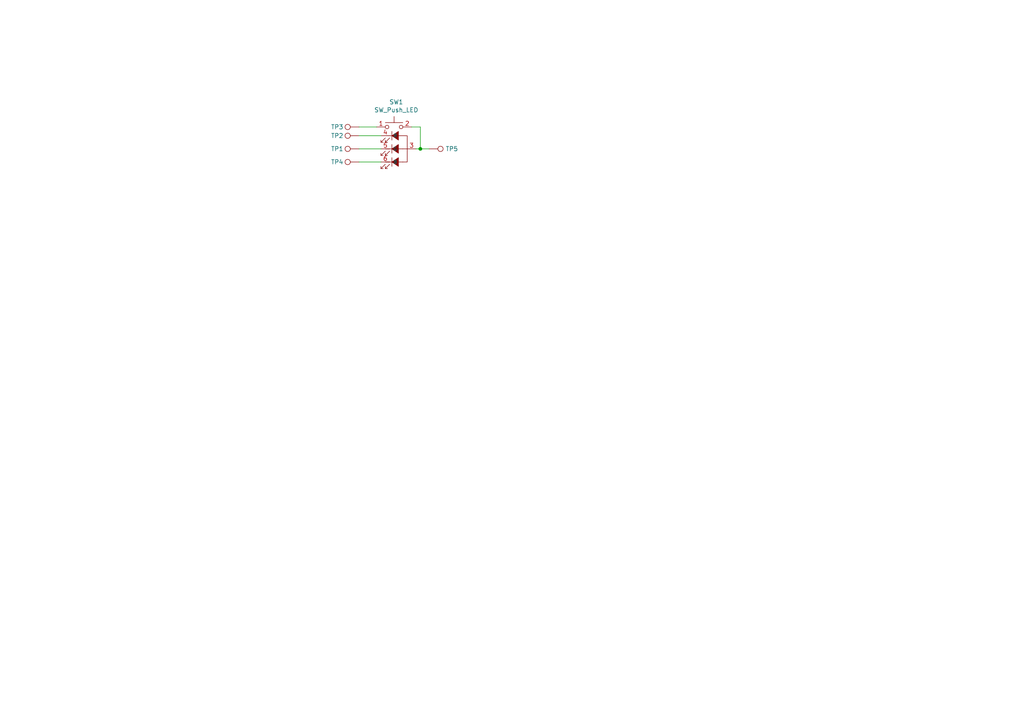
<source format=kicad_sch>
(kicad_sch (version 20231120) (generator "eeschema") (generator_version "8.0")
  (paper "A4")
  (lib_symbols
    (symbol "BUTTON_PCB-rescue:SW_Push_LED-RadIIS_Schematic" (pin_names (offset 1.016))
      (property "Reference" "SW" (at 0.635 5.715 0))
      (property "Value" "SW_Push_LED-RadIIS_Schematic" (at 0 -12.7 0))
      (symbol "SW_Push_LED-RadIIS_Schematic_0_0"
        (polyline (pts (xy -3.81 -9.525) (xy -2.54 -8.255)))
        (polyline (pts (xy -3.81 -5.715) (xy -2.54 -4.445)))
        (polyline (pts (xy -3.81 -1.905) (xy -2.54 -0.635)))
        (polyline (pts (xy -2.54 -9.525) (xy -1.27 -8.255)))
        (polyline (pts (xy -2.54 -7.62) (xy 2.54 -7.62)))
        (polyline (pts (xy -2.54 -5.715) (xy -1.27 -4.445)))
        (polyline (pts (xy -2.54 -3.81) (xy 2.54 -3.81)))
        (polyline (pts (xy -2.54 -1.905) (xy -1.27 -0.635)))
        (polyline (pts (xy -2.54 0) (xy 2.54 0)))
        (polyline (pts (xy -0.635 -6.35) (xy -0.635 -8.89)))
        (polyline (pts (xy -0.635 -2.54) (xy -0.635 -5.08)))
        (polyline (pts (xy -0.635 1.27) (xy -0.635 -1.27)))
        (polyline (pts (xy -3.81 -8.89) (xy -3.81 -9.525) (xy -3.175 -9.525)))
        (polyline (pts (xy -3.81 -5.08) (xy -3.81 -5.715) (xy -3.175 -5.715)))
        (polyline (pts (xy -3.81 -1.27) (xy -3.81 -1.905) (xy -3.175 -1.905)))
        (polyline (pts (xy -2.54 -8.89) (xy -2.54 -9.525) (xy -1.905 -9.525)))
        (polyline (pts (xy -2.54 -5.08) (xy -2.54 -5.715) (xy -1.905 -5.715)))
        (polyline (pts (xy -2.54 -1.27) (xy -2.54 -1.905) (xy -1.905 -1.905)))
        (polyline (pts (xy -0.635 -7.62) (xy 1.27 -6.35) (xy 1.27 -8.89) (xy -0.635 -7.62)) (fill (type outline)))
        (polyline (pts (xy -0.635 -3.81) (xy 1.27 -2.54) (xy 1.27 -5.08) (xy -0.635 -3.81)) (fill (type outline)))
        (polyline (pts (xy -0.635 0) (xy 1.27 1.27) (xy 1.27 -1.27) (xy -0.635 0)) (fill (type outline)))
      )
      (symbol "SW_Push_LED-RadIIS_Schematic_0_1"
        (circle (center -2.032 2.54) (radius 0.508))
        (polyline (pts (xy 0 3.81) (xy 0 5.588)))
        (polyline (pts (xy 2.54 -3.81) (xy 3.81 -3.81)))
        (polyline (pts (xy 2.54 3.81) (xy -2.54 3.81)))
        (polyline (pts (xy 2.54 0) (xy 3.81 0) (xy 3.81 -7.62) (xy 2.54 -7.62)))
        (circle (center 2.032 2.54) (radius 0.508))
        (pin passive line (at -5.08 2.54 0) (length 2.54) (name "~") (number "1"))
        (pin passive line (at 5.08 2.54 180) (length 2.54) (name "~") (number "2"))
        (pin passive line (at 6.35 -3.81 180) (length 2.54) (name "~") (number "3"))
        (pin passive line (at -3.81 0 0) (length 2.54) (name "R") (number "4"))
        (pin passive line (at -3.81 -3.81 0) (length 2.54) (name "G") (number "5"))
        (pin passive line (at -3.81 -7.62 0) (length 2.54) (name "B") (number "6"))
      )
    )
    (symbol "Connector:TestPoint" (pin_numbers hide) (pin_names (offset 0.762) hide)
      (property "Reference" "TP" (at 0 6.858 0))
      (property "Value" "TestPoint" (at 0 5.08 0))
      (symbol "TestPoint_0_1"
        (circle (center 0 3.302) (radius 0.762))
      )
      (symbol "TestPoint_1_1"
        (pin passive line (at 0 0 90) (length 2.54) (name "1") (number "1"))
      )
    )
  )
  (junction (at 121.92 43.18))
  (wire (pts (xy 121.92 43.18) (xy 120.65 43.18)))
  (wire (pts (xy 110.49 43.18) (xy 104.14 43.18)))
  (wire (pts (xy 119.38 36.83) (xy 121.92 36.83)))
  (wire (pts (xy 121.92 36.83) (xy 121.92 43.18)))
  (wire (pts (xy 124.46 43.18) (xy 121.92 43.18)))
  (wire (pts (xy 104.14 46.99) (xy 110.49 46.99)))
  (wire (pts (xy 109.22 36.83) (xy 104.14 36.83)))
  (wire (pts (xy 104.14 39.37) (xy 110.49 39.37)))
  (symbol (lib_id "BUTTON_PCB-rescue:SW_Push_LED-RadIIS_Schematic") (at 114.3 39.37 0) (unit 1)
    (property "Reference" "SW1" (at 114.935 29.591 0))
    (property "Value" "SW_Push_LED" (at 114.935 31.9024 0))
    (property "Footprint" "RadIIS_BUTTON_PCB:MBP16_RGB_PCB" (effects (hide yes)))
  )
  (symbol (lib_id "Connector:TestPoint") (at 104.14 43.18 90) (unit 1)
    (property "Reference" "TP1" (at 97.79 43.18 90))
    (property "Value" "Pad" (effects (hide yes)))
    (property "Footprint" "TestPoint:TestPoint_Pad_2.0x2.0mm" (effects (hide yes)))
  )
  (symbol (lib_id "Connector:TestPoint") (at 104.14 39.37 90) (unit 1)
    (property "Reference" "TP2" (at 97.79 39.37 90))
    (property "Value" "Pad" (effects (hide yes)))
    (property "Footprint" "TestPoint:TestPoint_Pad_2.0x2.0mm" (effects (hide yes)))
  )
  (symbol (lib_id "Connector:TestPoint") (at 104.14 36.83 90) (unit 1)
    (property "Reference" "TP3" (at 97.79 36.83 90))
    (property "Value" "Pad" (effects (hide yes)))
    (property "Footprint" "TestPoint:TestPoint_Pad_2.0x2.0mm" (effects (hide yes)))
  )
  (symbol (lib_id "Connector:TestPoint") (at 104.14 46.99 90) (unit 1)
    (property "Reference" "TP4" (at 97.79 46.99 90))
    (property "Value" "Pad" (effects (hide yes)))
    (property "Footprint" "TestPoint:TestPoint_Pad_2.0x2.0mm" (effects (hide yes)))
  )
  (symbol (lib_id "Connector:TestPoint") (at 124.46 43.18 270) (unit 1)
    (property "Reference" "TP5" (at 129.2098 43.18 90) (effects (justify left)))
    (property "Value" "Pad" (effects (hide yes)))
    (property "Footprint" "TestPoint:TestPoint_Pad_2.0x2.0mm" (effects (hide yes)))
  )
)
</source>
